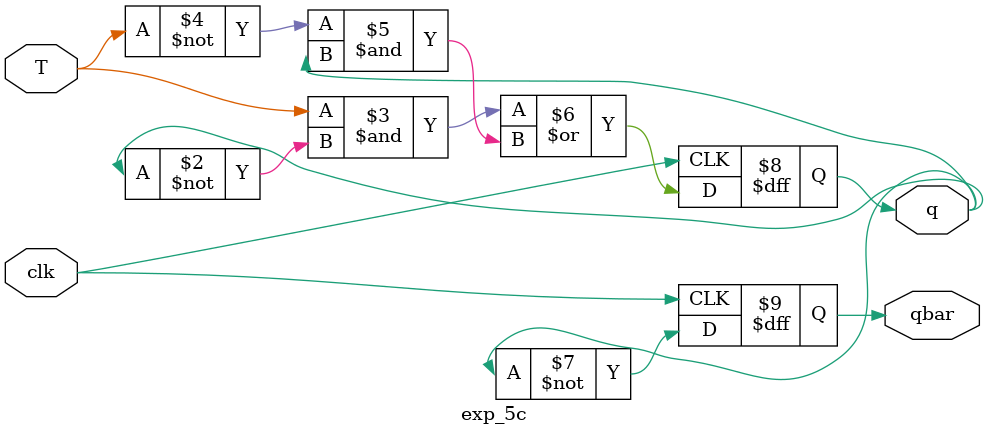
<source format=v>
module exp_5c(clk,T,q,qbar);
input clk,T;
output q,qbar;
reg q,qbar;
always @(posedge clk)
begin
q<=(T&~q)|(~T&q);
qbar<=~q;
end 
endmodule
</source>
